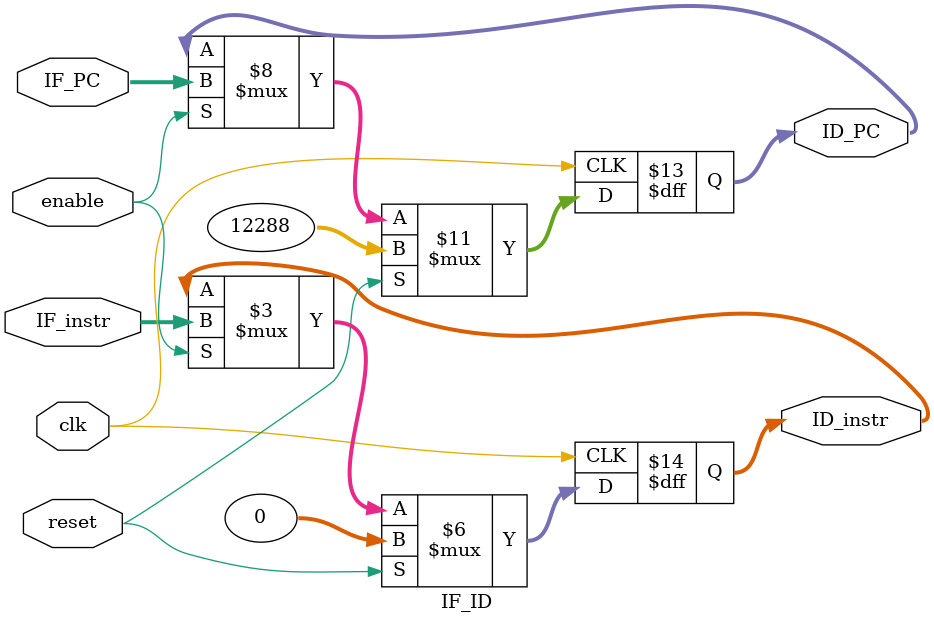
<source format=v>
`timescale 1ns / 1ps
module IF_ID(
    input clk,
    input reset,
    input enable,
    input [31:0] IF_PC,
    input [31:0] IF_instr,
    output reg [31:0] ID_PC,
    output reg [31:0] ID_instr
    );
    initial begin
        ID_PC = 32'h3000;
        ID_instr = 32'b0;
    end
    always @(posedge clk)begin
        if (reset)begin
            ID_PC <= 32'h3000;
            ID_instr <= 32'h0;
        end
        else if (enable)begin
            ID_PC <= IF_PC;
            ID_instr <= IF_instr;
        end
    end
endmodule

</source>
